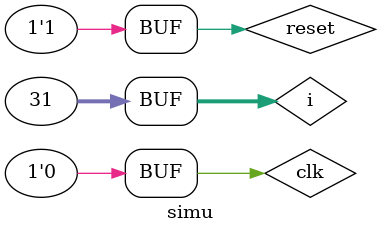
<source format=v>
`timescale 1ns / 1ps

module simu();
    reg clk;
    reg reset;
    wire [31:0] PC;
    wire [31:0] Inst_code;

    integer i;

    mips mips_inst(.clk(clk), .reset(reset), .PC(PC), .Inst_code(Inst_code));

    initial begin
        clk = 0;
        reset = 0;
        for (i = 0; i < 31; i = i + 1) begin
            #10;
            clk = 1;
            #10;
            clk = 0;
        end
        #10;
        reset = 1;
    end
endmodule

</source>
